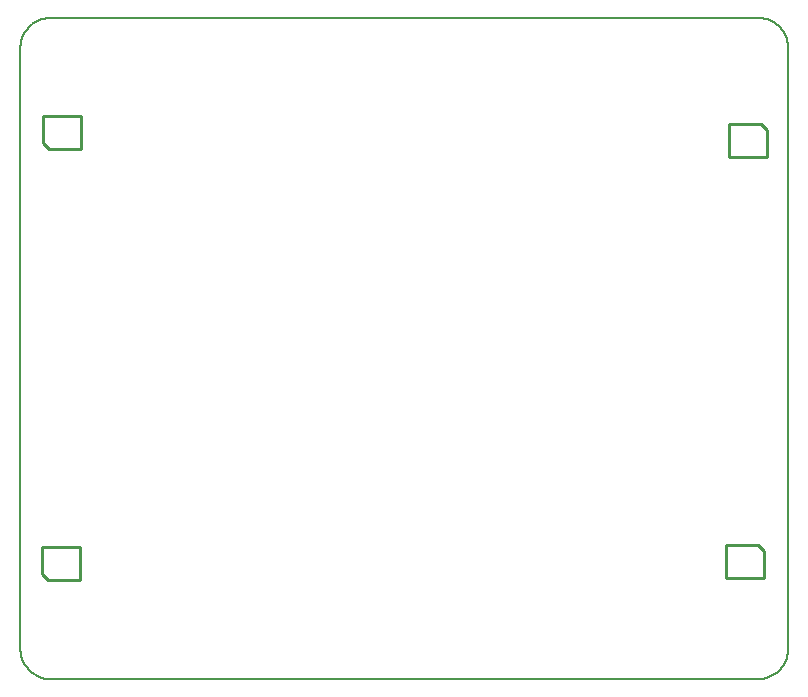
<source format=gm1>
G04*
G04 #@! TF.GenerationSoftware,Altium Limited,Altium Designer,21.3.2 (30)*
G04*
G04 Layer_Color=16711935*
%FSLAX25Y25*%
%MOIN*%
G70*
G04*
G04 #@! TF.SameCoordinates,2D34F3B8-E760-4067-911C-3035D0D24B3A*
G04*
G04*
G04 #@! TF.FilePolarity,Positive*
G04*
G01*
G75*
%ADD11C,0.00787*%
%ADD13C,0.01000*%
D11*
X255906Y210630D02*
X255846Y211694D01*
X255667Y212745D01*
X255372Y213769D01*
X254964Y214754D01*
X254449Y215687D01*
X253832Y216556D01*
X253122Y217351D01*
X252756Y217717D02*
X251969Y218420D01*
X251109Y219030D01*
X250185Y219541D01*
X249210Y219944D01*
X248196Y220236D01*
X247156Y220413D01*
X246103Y220472D01*
X9843D02*
X8778Y220413D01*
X7728Y220234D01*
X6703Y219939D01*
X5719Y219531D01*
X4786Y219016D01*
X3916Y218399D01*
X3122Y217689D01*
X2756Y217323D02*
X2053Y216536D01*
X1442Y215675D01*
X932Y214752D01*
X528Y213777D01*
X236Y212763D01*
X59Y211723D01*
X0Y210669D01*
Y9803D02*
X59Y8749D01*
X236Y7709D01*
X528Y6695D01*
X932Y5720D01*
X1442Y4797D01*
X2053Y3936D01*
X2756Y3150D01*
X3538Y2441D01*
X4386Y1812D01*
X5291Y1270D01*
X6245Y819D01*
X7238Y463D01*
X8262Y207D01*
X9306Y52D01*
X10360Y0D01*
X245546D02*
X246600Y52D01*
X247644Y207D01*
X248667Y463D01*
X249661Y819D01*
X250615Y1270D01*
X251520Y1812D01*
X252368Y2441D01*
X253150Y3150D01*
X253853Y3936D01*
X254463Y4797D01*
X254974Y5720D01*
X255378Y6695D01*
X255670Y7709D01*
X255846Y8749D01*
X255906Y9803D01*
Y134252D02*
Y210630D01*
X252756Y217717D02*
X253122Y217351D01*
X244094Y220472D02*
X246103D01*
X9843D02*
X244094D01*
X2756Y217323D02*
X3122Y217689D01*
X0Y208661D02*
Y210669D01*
Y9803D02*
Y208661D01*
X10360Y0D02*
X11811D01*
X245546D01*
X255906Y9803D02*
Y11811D01*
Y134252D01*
D13*
X20276Y176772D02*
Y187795D01*
X7677D02*
X20276D01*
X9646Y176772D02*
X20276D01*
X7677Y178740D02*
X9646Y176772D01*
X7677Y178740D02*
Y187795D01*
X19882Y33071D02*
Y44094D01*
X7283D02*
X19882D01*
X9252Y33071D02*
X19882D01*
X7283Y35039D02*
X9252Y33071D01*
X7283Y35039D02*
Y44094D01*
X235236Y33661D02*
Y44685D01*
Y33661D02*
X247835D01*
X235236Y44685D02*
X245866D01*
X247835Y42717D01*
Y33661D02*
Y42717D01*
X236221Y174016D02*
Y185039D01*
Y174016D02*
X248819D01*
X236221Y185039D02*
X246850D01*
X248819Y183071D01*
Y174016D02*
Y183071D01*
M02*

</source>
